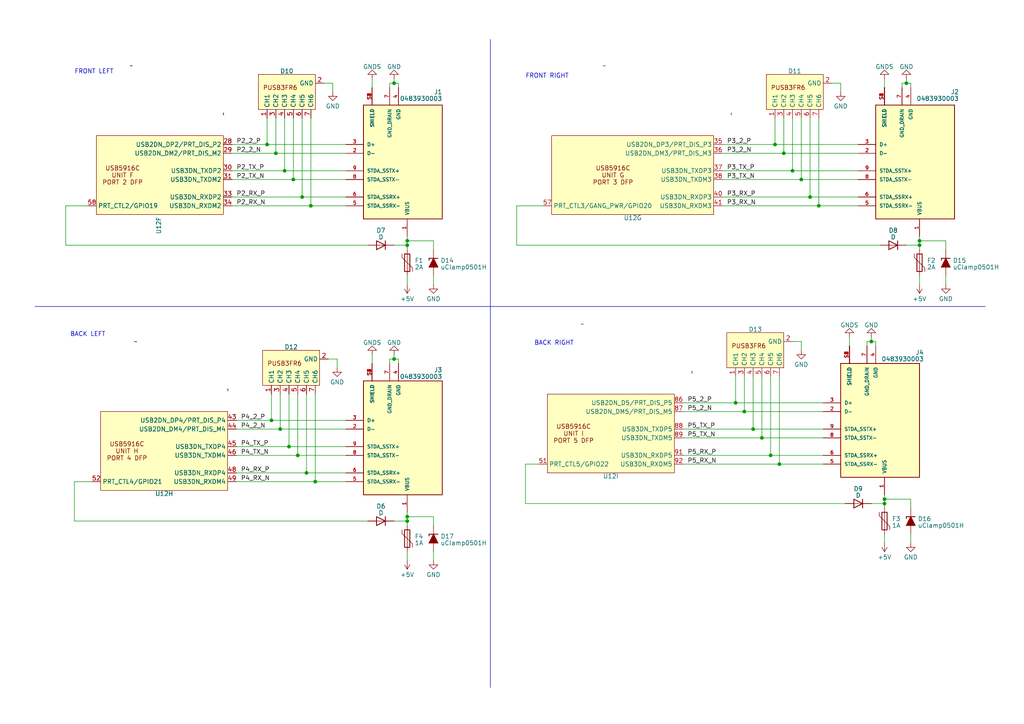
<source format=kicad_sch>
(kicad_sch (version 20230121) (generator eeschema)
  (paper "A4")
  (lib_symbols
    (symbol "CARTHING:0483930003" (pin_names (offset 1.016))
      (property "Reference" "J" (at -12.7 17.78 0))
      (property "Value" "0483930003" (at 1.27 16.51 0))
      (symbol "0483930003_0_0"
        (rectangle (start -12.7 16.51) (end 10.16 -16.51) (stroke (width 0.254)) (fill (type background)))
        (pin power_in line (at 0 21.59 270) (length 5.08) (name "VBUS") (number "1"))
        (pin bidirectional line (at -17.78 -2.54 0) (length 5.08) (name "D-") (number "2"))
        (pin bidirectional line (at -17.78 -5.08 0) (length 5.08) (name "D+") (number "3"))
        (pin power_in line (at -2.54 -21.59 90) (length 5.08) (name "GND") (number "4"))
        (pin bidirectional line (at -17.78 12.7 0) (length 5.08) (name "STDA_SSRX-") (number "5"))
        (pin bidirectional line (at -17.78 10.16 0) (length 5.08) (name "STDA_SSRX+") (number "6"))
        (pin power_in line (at -5.08 -21.59 90) (length 5.08) (name "GND_DRAIN") (number "7"))
        (pin bidirectional line (at -17.78 5.08 0) (length 5.08) (name "STDA_SSTX-") (number "8"))
        (pin bidirectional line (at -17.78 2.54 0) (length 5.08) (name "STDA_SSTX+") (number "9"))
        (pin passive line (at -10.16 -21.59 90) (length 5.08) (name "SHIELD") (number "S1"))
        (pin passive line (at -10.16 -21.59 90) (length 5.08) (name "SHIELD") (number "S2"))
        (pin passive line (at -10.16 -21.59 90) (length 5.08) (name "SHIELD") (number "S3"))
        (pin passive line (at -10.16 -21.59 90) (length 5.08) (name "SHIELD") (number "S4"))
      )
    )
    (symbol "CARTHING:PUSB3FR6"
      (property "Reference" "D" (at -1.27 8.89 0))
      (symbol "PUSB3FR6_1_1"
        (rectangle (start -5.08 7.62) (end 5.08 -8.89) (fill (type background)))
        (text "PUSB3FR6" (at 1.27 1.27 900) (effects (font (size 1.27 1.27))))
        (pin passive line (at -7.62 5.08 0) (length 2.54) (name "CH1") (number "1"))
        (pin power_in line (at 2.54 -11.43 90) (length 2.54) (name "GND") (number "2"))
        (pin passive line (at -7.62 2.54 0) (length 2.54) (name "CH2") (number "3"))
        (pin passive line (at -7.62 0 0) (length 2.54) (name "CH3") (number "4"))
        (pin passive line (at -7.62 -2.54 0) (length 2.54) (name "CH4") (number "5"))
        (pin passive line (at -7.62 -5.08 0) (length 2.54) (name "CH5") (number "6"))
        (pin passive line (at -7.62 -7.62 0) (length 2.54) (name "CH6") (number "7"))
      )
    )
    (symbol "CARTHING:USB5916C"
      (property "Reference" "U" (at -15.24 12.7 0))
      (symbol "USB5916C_1_1"
        (rectangle (start -16.51 11.43) (end 13.97 -20.32) (fill (type background)))
        (text "USB5916C\nUNIT A\nPOWER INPUT\n" (at -1.27 1.27 0) (effects (font (size 1.27 1.27))))
        (pin power_in line (at 16.51 8.89 180) (length 2.54) (name "VDD12") (number "10"))
        (pin power_in line (at 16.51 6.35 180) (length 2.54) (name "VDD12") (number "17"))
        (pin power_in line (at -19.05 8.89 0) (length 2.54) (name "VDD33") (number "2"))
        (pin power_in line (at 16.51 3.81 180) (length 2.54) (name "VDD12") (number "26"))
        (pin power_in line (at -19.05 3.81 0) (length 2.54) (name "VDD33") (number "27"))
        (pin power_in line (at 16.51 1.27 180) (length 2.54) (name "VDD12") (number "32"))
        (pin power_in line (at 16.51 -1.27 180) (length 2.54) (name "VDD12") (number "39"))
        (pin power_in line (at -19.05 1.27 0) (length 2.54) (name "VDD33") (number "42"))
        (pin power_in line (at 16.51 -3.81 180) (length 2.54) (name "VDD12") (number "47"))
        (pin power_in line (at -19.05 6.35 0) (length 2.54) (name "VDD33") (number "5"))
        (pin power_in line (at -19.05 -1.27 0) (length 2.54) (name "VDD33") (number "54"))
        (pin power_in line (at 16.51 -6.35 180) (length 2.54) (name "VDD12") (number "59"))
        (pin power_in line (at -19.05 -3.81 0) (length 2.54) (name "VDD33") (number "64"))
        (pin power_in line (at -19.05 -6.35 0) (length 2.54) (name "VDD33") (number "72"))
        (pin power_in line (at 16.51 -8.89 180) (length 2.54) (name "VDD12") (number "78"))
        (pin power_in line (at 16.51 -11.43 180) (length 2.54) (name "VDD12") (number "83"))
        (pin power_in line (at 16.51 -13.97 180) (length 2.54) (name "VDD12") (number "90"))
        (pin power_in line (at -19.05 -8.89 0) (length 2.54) (name "VDD33") (number "93"))
        (pin power_in line (at 16.51 -16.51 180) (length 2.54) (name "VDD12") (number "98"))
        (pin power_in line (at -1.27 -22.86 90) (length 2.54) (name "VSS/GND") (number "EP"))
      )
      (symbol "USB5916C_2_1"
        (rectangle (start -26.67 11.43) (end 27.94 -13.97) (fill (type background)))
        (text "USB5916C\nUNIT B\nCONFIG & SUPPORT\n" (at -5.08 -1.27 0) (effects (font (size 1.27 1.27))))
        (pin input line (at -29.21 -8.89 0) (length 2.54) (name "RBAIS") (number "1"))
        (pin input line (at 30.48 -11.43 180) (length 2.54) (name "CFG_STRAP/GPIO12") (number "20"))
        (pin input line (at -29.21 -1.27 0) (length 2.54) (name "TESTEN") (number "23"))
        (pin input line (at -29.21 -3.81 0) (length 2.54) (name "RESET_N") (number "25"))
        (pin input line (at -29.21 8.89 0) (length 2.54) (name "XTALI/CLKIN") (number "3"))
        (pin input line (at -29.21 3.81 0) (length 2.54) (name "XTALO") (number "4"))
        (pin input line (at 30.48 8.89 180) (length 2.54) (name "HOST_TYPE0/GPIO23") (number "53"))
        (pin input line (at 30.48 6.35 180) (length 2.54) (name "HOST_TYPE1/GPIO67") (number "55"))
        (pin unspecified line (at 30.48 -1.27 180) (length 2.54) (name "CC_POL/GPIO71") (number "61"))
        (pin input line (at 30.48 1.27 180) (length 2.54) (name "ALT_MUX_EN/GPIO70") (number "63"))
        (pin input line (at 30.48 -6.35 180) (length 2.54) (name "SUSP_IND/GPIO68") (number "77"))
      )
      (symbol "USB5916C_3_1"
        (rectangle (start -34.29 11.43) (end 27.94 -6.35) (fill (type background)))
        (text "USB5916C\nUNIT C\nCOMMS & GPIO\n" (at 0 0 0) (effects (font (size 1.27 1.27))))
        (pin input line (at 30.48 7.62 180) (length 2.54) (name "SMBDATA/GPIO6/SDA") (number "47"))
        (pin input line (at -36.83 0 0) (length 2.54) (name "SPI_CLK/GPIO4") (number "65"))
        (pin input line (at -36.83 2.54 0) (length 2.54) (name "SPI_DO/GPIO5") (number "66"))
        (pin input line (at -36.83 5.08 0) (length 2.54) (name "SPI_DI/GPIO9/CFG_BC_EN") (number "67"))
        (pin input line (at -36.83 7.62 0) (length 2.54) (name "SPI_CE_N/GPIO7/CFG_NON_REM") (number "68"))
        (pin bidirectional line (at 30.48 0 180) (length 2.54) (name "GPIO69") (number "69"))
        (pin bidirectional line (at 30.48 -2.54 180) (length 2.54) (name "GPIO66") (number "71"))
        (pin input line (at 30.48 5.08 180) (length 2.54) (name "SMBCLK/GPIO8/SCL") (number "75"))
      )
      (symbol "USB5916C_4_1"
        (rectangle (start -26.67 11.43) (end 30.48 -26.67) (fill (type background)))
        (text "USB5916C\nUNIT D\nPORT 0/A UFP\n" (at 1.27 -2.54 0) (effects (font (size 1.27 1.27))))
        (pin unspecified line (at 33.02 -24.13 180) (length 2.54) (name "USB3UP_RXDMA") (number "100"))
        (pin input line (at -29.21 -19.05 0) (length 2.54) (name "VBUS_DET") (number "24"))
        (pin unspecified line (at -29.21 -24.13 0) (length 2.54) (name "AB0/ATTCHMUX0B/GPIO3") (number "60"))
        (pin input line (at -29.21 -21.59 0) (length 2.54) (name "C_ATTACH0/ATTACHMUX0A/GPIO64") (number "76"))
        (pin unspecified line (at 33.02 8.89 180) (length 2.54) (name "USB3UP_TXDPB") (number "81"))
        (pin unspecified line (at 33.02 6.35 180) (length 2.54) (name "USB3UP_TXDMB") (number "82"))
        (pin unspecified line (at 33.02 1.27 180) (length 2.54) (name "USB3UP_RXDPB") (number "84"))
        (pin unspecified line (at 33.02 -1.27 180) (length 2.54) (name "USB3UP_RXDMB") (number "85"))
        (pin unspecified line (at 33.02 -6.35 180) (length 2.54) (name "USB2UP_DP") (number "94"))
        (pin unspecified line (at 33.02 -8.89 180) (length 2.54) (name "USB2UP_DM") (number "95"))
        (pin unspecified line (at 33.02 -13.97 180) (length 2.54) (name "USB3UP_TXDPA") (number "96"))
        (pin unspecified line (at 33.02 -16.51 180) (length 2.54) (name "USB3UP_TXDMA") (number "97"))
        (pin unspecified line (at 33.02 -21.59 180) (length 2.54) (name "USB3UP_RXDPA") (number "99"))
      )
      (symbol "USB5916C_5_1"
        (rectangle (start -25.4 11.43) (end 31.75 -26.67) (fill (type background)))
        (text "USB5916C\nUNIT E\nPORT 1 DFP\n" (at 0 0 0) (effects (font (size 1.27 1.27))))
        (pin unspecified line (at 34.29 1.27 180) (length 2.54) (name "USB3DN_RXDP1A") (number "11"))
        (pin unspecified line (at 34.29 -1.27 180) (length 2.54) (name "USB3DN_RXDM1A") (number "12"))
        (pin unspecified line (at 34.29 -13.97 180) (length 2.54) (name "USB3DN_TXDP1B") (number "15"))
        (pin unspecified line (at 34.29 -16.51 180) (length 2.54) (name "USB3DN_TXDM1B") (number "16"))
        (pin unspecified line (at 34.29 -21.59 180) (length 2.54) (name "USB3DN_RXDP1B") (number "18"))
        (pin unspecified line (at 34.29 -24.13 180) (length 2.54) (name "USB3DN_RXDM1B") (number "19"))
        (pin unspecified line (at -27.94 -24.13 0) (length 2.54) (name "AB1/ATTACHMUX1B/GPIO65") (number "50"))
        (pin unspecified line (at 34.29 -6.35 180) (length 2.54) (name "USB2DN_DP1/PRT_DIS_P1") (number "6"))
        (pin unspecified line (at 34.29 -8.89 180) (length 2.54) (name "USB2DN_DM1/PRT_DIS_M1") (number "7"))
        (pin unspecified line (at -27.94 -19.05 0) (length 2.54) (name "PRT_CTL1/GPIO17") (number "70"))
        (pin input line (at -27.94 -21.59 0) (length 2.54) (name "C_ATTACH1/ATTACHMUX1A/GPIO1") (number "76"))
        (pin unspecified line (at 34.29 8.89 180) (length 2.54) (name "USB3DN_TXDP1A") (number "8"))
        (pin unspecified line (at 34.29 6.35 180) (length 2.54) (name "USB3DN_TXDM1A") (number "9"))
      )
      (symbol "USB5916C_6_1"
        (rectangle (start -17.78 11.43) (end 19.05 -11.43) (fill (type background)))
        (text "USB5916C\nUNIT F\nPORT 2 DFP\n" (at -10.16 0 0) (effects (font (size 1.27 1.27))))
        (pin unspecified line (at 21.59 8.89 180) (length 2.54) (name "USB2DN_DP2/PRT_DIS_P2") (number "28"))
        (pin unspecified line (at 21.59 6.35 180) (length 2.54) (name "USB2DN_DM2/PRT_DIS_M2") (number "29"))
        (pin unspecified line (at 21.59 1.27 180) (length 2.54) (name "USB3DN_TXDP2") (number "30"))
        (pin unspecified line (at 21.59 -1.27 180) (length 2.54) (name "USB3DN_TXDM2") (number "31"))
        (pin unspecified line (at 21.59 -6.35 180) (length 2.54) (name "USB3DN_RXDP2") (number "33"))
        (pin unspecified line (at 21.59 -8.89 180) (length 2.54) (name "USB3DN_RXDM2") (number "34"))
        (pin unspecified line (at -20.32 -8.89 0) (length 2.54) (name "PRT_CTL2/GPIO19") (number "58"))
      )
      (symbol "USB5916C_7_1"
        (rectangle (start -22.86 11.43) (end 24.13 -11.43) (fill (type background)))
        (text "USB5916C\nUNIT G\nPORT 3 DFP\n" (at -5.08 0 0) (effects (font (size 1.27 1.27))))
        (pin unspecified line (at 26.67 8.89 180) (length 2.54) (name "USB2DN_DP3/PRT_DIS_P3") (number "35"))
        (pin unspecified line (at 26.67 6.35 180) (length 2.54) (name "USB2DN_DM3/PRT_DIS_M3") (number "36"))
        (pin unspecified line (at 26.67 1.27 180) (length 2.54) (name "USB3DN_TXDP3") (number "37"))
        (pin unspecified line (at 26.67 -1.27 180) (length 2.54) (name "USB3DN_TXDM3") (number "38"))
        (pin unspecified line (at 26.67 -6.35 180) (length 2.54) (name "USB3DN_RXDP3") (number "40"))
        (pin unspecified line (at 26.67 -8.89 180) (length 2.54) (name "USB3DN_RXDM3") (number "41"))
        (pin unspecified line (at -25.4 -8.89 0) (length 2.54) (name "PRT_CTL3/GANG_PWR/GPIO20") (number "57"))
      )
      (symbol "USB5916C_8_1"
        (rectangle (start -17.78 11.43) (end 19.05 -11.43) (fill (type background)))
        (text "USB5916C\nUNIT H\nPORT 4 DFP\n" (at -10.16 0 0) (effects (font (size 1.27 1.27))))
        (pin unspecified line (at 21.59 8.89 180) (length 2.54) (name "USB2DN_DP4/PRT_DIS_P4") (number "43"))
        (pin unspecified line (at 21.59 6.35 180) (length 2.54) (name "USB2DN_DM4/PRT_DIS_M4") (number "44"))
        (pin unspecified line (at 21.59 1.27 180) (length 2.54) (name "USB3DN_TXDP4") (number "45"))
        (pin unspecified line (at 21.59 -1.27 180) (length 2.54) (name "USB3DN_TXDM4") (number "46"))
        (pin unspecified line (at 21.59 -6.35 180) (length 2.54) (name "USB3DN_RXDP4") (number "48"))
        (pin unspecified line (at 21.59 -8.89 180) (length 2.54) (name "USB3DN_RXDM4") (number "49"))
        (pin unspecified line (at -20.32 -8.89 0) (length 2.54) (name "PRT_CTL4/GPIO21") (number "52"))
      )
      (symbol "USB5916C_9_1"
        (rectangle (start -17.78 11.43) (end 19.05 -11.43) (fill (type background)))
        (text "USB5916C\nUNIT I\nPORT 5 DFP\n" (at -10.16 0 0) (effects (font (size 1.27 1.27))))
        (pin unspecified line (at -20.32 -8.89 0) (length 2.54) (name "PRT_CTL5/GPIO22") (number "51"))
        (pin unspecified line (at 21.59 8.89 180) (length 2.54) (name "USB2DN_D5/PRT_DIS_P5") (number "86"))
        (pin unspecified line (at 21.59 6.35 180) (length 2.54) (name "USB2DN_DM5/PRT_DIS_M5") (number "87"))
        (pin unspecified line (at 21.59 1.27 180) (length 2.54) (name "USB3DN_TXDP5") (number "88"))
        (pin unspecified line (at 21.59 -1.27 180) (length 2.54) (name "USB3DN_TXDM5") (number "89"))
        (pin unspecified line (at 21.59 -6.35 180) (length 2.54) (name "USB3DN_RXDP5") (number "91"))
        (pin unspecified line (at 21.59 -8.89 180) (length 2.54) (name "USB3DN_RXDM5") (number "92"))
      )
      (symbol "USB5916C_10_1"
        (rectangle (start -20.32 11.43) (end 21.59 -1.27) (fill (type background)))
        (text "USB5916C\nUNIT J\nPORT 6 DFP\nUSB2 ONLY\n" (at -12.7 6.35 0) (effects (font (size 1.27 1.27))))
        (pin unspecified line (at 24.13 6.35 180) (length 2.54) (name "USB2DN_DP6/PRT_DIS_P6") (number "13"))
        (pin unspecified line (at 24.13 8.89 180) (length 2.54) (name "USB2DN_DM6/PRT_DIS_M6") (number "14"))
        (pin unspecified line (at 24.13 1.27 180) (length 2.54) (name "PRT_CTL6/GPIO18") (number "62"))
      )
    )
    (symbol "Device:D" (pin_numbers hide) (pin_names (offset 1.016) hide)
      (property "Reference" "D" (at 0 2.54 0))
      (property "Value" "D" (at 0 -2.54 0))
      (symbol "D_0_1"
        (polyline (pts (xy -1.27 1.27) (xy -1.27 -1.27)) (stroke (width 0.254)))
        (polyline (pts (xy 1.27 0) (xy -1.27 0)))
        (polyline (pts (xy 1.27 1.27) (xy 1.27 -1.27) (xy -1.27 0) (xy 1.27 1.27)) (stroke (width 0.254)))
      )
      (symbol "D_1_1"
        (pin passive line (at -3.81 0 0) (length 2.54) (name "K") (number "1"))
        (pin passive line (at 3.81 0 180) (length 2.54) (name "A") (number "2"))
      )
    )
    (symbol "Device:Polyfuse" (pin_numbers hide) (pin_names (offset 0))
      (property "Reference" "F" (at -2.54 0 90))
      (property "Value" "Polyfuse" (at 2.54 0 90))
      (symbol "Polyfuse_0_1"
        (rectangle (start -0.762 2.54) (end 0.762 -2.54) (stroke (width 0.254)))
        (polyline (pts (xy 0 2.54) (xy 0 -2.54)))
        (polyline (pts (xy -1.524 2.54) (xy -1.524 1.524) (xy 1.524 -1.524) (xy 1.524 -2.54)))
      )
      (symbol "Polyfuse_1_1"
        (pin passive line (at 0 3.81 270) (length 1.27) (name "~") (number "1"))
        (pin passive line (at 0 -3.81 90) (length 1.27) (name "~") (number "2"))
      )
    )
    (symbol "PCM_Diode_TVS_AKL:uClamp0501H" (pin_numbers hide) (pin_names (offset 1.016) hide)
      (property "Reference" "D" (at 0 5.08 0))
      (property "Value" "uClamp0501H" (at 0 2.54 0))
      (symbol "uClamp0501H_0_1"
        (polyline (pts (xy -1.27 0) (xy 1.27 0)))
        (polyline (pts (xy 1.27 -1.27) (xy 1.27 1.27)) (stroke (width 0.254)))
        (polyline (pts (xy 1.27 1.27) (xy 0.762 1.27)) (stroke (width 0.254)))
        (polyline (pts (xy -1.27 1.27) (xy -1.27 -1.27) (xy 1.27 0) (xy -1.27 1.27)) (stroke (width 0.254)) (fill (type outline)))
      )
      (symbol "uClamp0501H_1_1"
        (pin passive line (at 3.81 0 180) (length 2.54) (name "K") (number "1"))
        (pin passive line (at -3.81 0 0) (length 2.54) (name "A") (number "2"))
      )
    )
    (symbol "power:+5V" (power) (pin_names (offset 0))
      (property "Value" "+5V" (at 0 3.556 0))
      (symbol "+5V_0_1"
        (polyline (pts (xy -0.762 1.27) (xy 0 2.54)))
        (polyline (pts (xy 0 0) (xy 0 2.54)))
        (polyline (pts (xy 0 2.54) (xy 0.762 1.27)))
      )
      (symbol "+5V_1_1"
        (pin power_in line (at 0 0 90) (length 0) hide (name "+5V") (number "1"))
      )
    )
    (symbol "power:GND" (power) (pin_names (offset 0))
      (property "Value" "GND" (at 0 -3.81 0))
      (symbol "GND_0_1"
        (polyline (pts (xy 0 0) (xy 0 -1.27) (xy 1.27 -1.27) (xy 0 -2.54) (xy -1.27 -1.27) (xy 0 -1.27)))
      )
      (symbol "GND_1_1"
        (pin power_in line (at 0 0 270) (length 0) hide (name "GND") (number "1"))
      )
    )
    (symbol "power:GNDS" (power) (pin_names (offset 0))
      (property "Value" "GNDS" (at 0 -3.81 0))
      (symbol "GNDS_0_1"
        (polyline (pts (xy 0 0) (xy 0 -1.27) (xy 1.27 -1.27) (xy 0 -2.54) (xy -1.27 -1.27) (xy 0 -1.27)))
      )
      (symbol "GNDS_1_1"
        (pin power_in line (at 0 0 270) (length 0) hide (name "GNDS") (number "1"))
      )
    )
  )
  (junction (at 213.36 116.84))
  (junction (at 266.7 69.85))
  (junction (at 229.87 49.53))
  (junction (at 118.11 149.86))
  (junction (at 234.95 57.15))
  (junction (at 232.41 52.07))
  (junction (at 91.44 139.7))
  (junction (at 85.09 52.07))
  (junction (at 237.49 59.69))
  (junction (at 252.73 99.06))
  (junction (at 90.17 59.69))
  (junction (at 81.28 124.46))
  (junction (at 262.89 24.13))
  (junction (at 118.11 69.85))
  (junction (at 87.63 57.15))
  (junction (at 266.7 71.12))
  (junction (at 227.33 44.45))
  (junction (at 83.82 129.54))
  (junction (at 88.9 137.16))
  (junction (at 220.98 127))
  (junction (at 82.55 49.53))
  (junction (at 215.9 119.38))
  (junction (at 118.11 151.13))
  (junction (at 223.52 132.08))
  (junction (at 224.79 41.91))
  (junction (at 256.54 146.05))
  (junction (at 86.36 132.08))
  (junction (at 226.06 134.62))
  (junction (at 118.11 71.12))
  (junction (at 218.44 124.46))
  (junction (at 256.54 144.78))
  (junction (at 78.74 121.92))
  (junction (at 114.3 24.13))
  (junction (at 80.01 44.45))
  (junction (at 77.47 41.91))
  (junction (at 114.3 104.14))
  (wire (pts (xy 152.4 134.62) (xy 156.21 134.62)))
  (wire (pts (xy 254 99.06) (xy 254 100.33)))
  (wire (pts (xy 223.52 132.08) (xy 238.76 132.08)))
  (wire (pts (xy 91.44 139.7) (xy 100.33 139.7)))
  (wire (pts (xy 213.36 116.84) (xy 238.76 116.84)))
  (wire (pts (xy 125.73 80.01) (xy 125.73 82.55)))
  (wire (pts (xy 125.73 152.4) (xy 125.73 149.86)))
  (wire (pts (xy 68.58 139.7) (xy 91.44 139.7)))
  (wire (pts (xy 87.63 57.15) (xy 100.33 57.15)))
  (wire (pts (xy 209.55 52.07) (xy 232.41 52.07)))
  (wire (pts (xy 266.7 80.01) (xy 266.7 82.55)))
  (wire (pts (xy 86.36 132.08) (xy 100.33 132.08)))
  (wire (pts (xy 125.73 69.85) (xy 118.11 69.85)))
  (wire (pts (xy 237.49 59.69) (xy 248.92 59.69)))
  (wire (pts (xy 264.16 144.78) (xy 256.54 144.78)))
  (wire (pts (xy 224.79 34.29) (xy 224.79 41.91)))
  (wire (pts (xy 67.31 52.07) (xy 85.09 52.07)))
  (wire (pts (xy 118.11 69.85) (xy 118.11 68.58)))
  (wire (pts (xy 198.12 132.08) (xy 223.52 132.08)))
  (wire (pts (xy 19.05 71.12) (xy 106.68 71.12)))
  (wire (pts (xy 256.54 144.78) (xy 256.54 146.05)))
  (wire (pts (xy 19.05 71.12) (xy 19.05 59.69)))
  (wire (pts (xy 97.79 104.14) (xy 97.79 106.68)))
  (wire (pts (xy 114.3 24.13) (xy 115.57 24.13)))
  (wire (pts (xy 78.74 121.92) (xy 100.33 121.92)))
  (wire (pts (xy 209.55 41.91) (xy 224.79 41.91)))
  (wire (pts (xy 114.3 22.86) (xy 114.3 24.13)))
  (wire (pts (xy 77.47 34.29) (xy 77.47 41.91)))
  (wire (pts (xy 218.44 124.46) (xy 238.76 124.46)))
  (wire (pts (xy 83.82 114.3) (xy 83.82 129.54)))
  (wire (pts (xy 209.55 57.15) (xy 234.95 57.15)))
  (wire (pts (xy 234.95 57.15) (xy 248.92 57.15)))
  (wire (pts (xy 226.06 109.22) (xy 226.06 134.62)))
  (wire (pts (xy 229.87 34.29) (xy 229.87 49.53)))
  (wire (pts (xy 198.12 127) (xy 220.98 127)))
  (wire (pts (xy 209.55 44.45) (xy 227.33 44.45)))
  (wire (pts (xy 91.44 114.3) (xy 91.44 139.7)))
  (wire (pts (xy 113.03 104.14) (xy 114.3 104.14)))
  (wire (pts (xy 232.41 34.29) (xy 232.41 52.07)))
  (wire (pts (xy 243.84 24.13) (xy 243.84 26.67)))
  (wire (pts (xy 232.41 99.06) (xy 232.41 101.6)))
  (wire (pts (xy 198.12 134.62) (xy 226.06 134.62)))
  (wire (pts (xy 234.95 34.29) (xy 234.95 57.15)))
  (wire (pts (xy 80.01 34.29) (xy 80.01 44.45)))
  (wire (pts (xy 198.12 116.84) (xy 213.36 116.84)))
  (wire (pts (xy 85.09 52.07) (xy 100.33 52.07)))
  (wire (pts (xy 274.32 69.85) (xy 266.7 69.85)))
  (wire (pts (xy 266.7 68.58) (xy 266.7 69.85)))
  (wire (pts (xy 19.05 59.69) (xy 25.4 59.69)))
  (wire (pts (xy 68.58 129.54) (xy 83.82 129.54)))
  (wire (pts (xy 274.32 80.01) (xy 274.32 82.55)))
  (wire (pts (xy 82.55 49.53) (xy 100.33 49.53)))
  (wire (pts (xy 115.57 104.14) (xy 115.57 105.41)))
  (wire (pts (xy 262.89 71.12) (xy 266.7 71.12)))
  (wire (pts (xy 152.4 146.05) (xy 245.11 146.05)))
  (wire (pts (xy 113.03 24.13) (xy 114.3 24.13)))
  (wire (pts (xy 118.11 160.02) (xy 118.11 162.56)))
  (wire (pts (xy 118.11 71.12) (xy 118.11 72.39)))
  (wire (pts (xy 88.9 114.3) (xy 88.9 137.16)))
  (wire (pts (xy 67.31 57.15) (xy 87.63 57.15)))
  (wire (pts (xy 83.82 129.54) (xy 100.33 129.54)))
  (wire (pts (xy 68.58 137.16) (xy 88.9 137.16)))
  (wire (pts (xy 223.52 109.22) (xy 223.52 132.08)))
  (wire (pts (xy 67.31 49.53) (xy 82.55 49.53)))
  (wire (pts (xy 264.16 147.32) (xy 264.16 144.78)))
  (wire (pts (xy 95.25 104.14) (xy 97.79 104.14)))
  (wire (pts (xy 113.03 25.4) (xy 113.03 24.13)))
  (wire (pts (xy 218.44 109.22) (xy 218.44 124.46)))
  (wire (pts (xy 215.9 109.22) (xy 215.9 119.38)))
  (wire (pts (xy 113.03 105.41) (xy 113.03 104.14)))
  (wire (pts (xy 93.98 24.13) (xy 96.52 24.13)))
  (wire (pts (xy 68.58 132.08) (xy 86.36 132.08)))
  (wire (pts (xy 149.86 59.69) (xy 157.48 59.69)))
  (wire (pts (xy 68.58 124.46) (xy 81.28 124.46)))
  (wire (pts (xy 118.11 149.86) (xy 118.11 151.13)))
  (wire (pts (xy 149.86 71.12) (xy 149.86 59.69)))
  (polyline (pts (xy 142.24 11.43) (xy 142.24 199.39)))
  (wire (pts (xy 256.54 22.86) (xy 256.54 25.4)))
  (wire (pts (xy 256.54 146.05) (xy 256.54 147.32)))
  (wire (pts (xy 264.16 154.94) (xy 264.16 157.48)))
  (wire (pts (xy 262.89 22.86) (xy 262.89 24.13)))
  (wire (pts (xy 251.46 99.06) (xy 252.73 99.06)))
  (wire (pts (xy 80.01 44.45) (xy 100.33 44.45)))
  (wire (pts (xy 85.09 34.29) (xy 85.09 52.07)))
  (wire (pts (xy 198.12 119.38) (xy 215.9 119.38)))
  (wire (pts (xy 115.57 24.13) (xy 115.57 25.4)))
  (wire (pts (xy 232.41 52.07) (xy 248.92 52.07)))
  (wire (pts (xy 118.11 148.59) (xy 118.11 149.86)))
  (wire (pts (xy 107.95 102.87) (xy 107.95 105.41)))
  (wire (pts (xy 252.73 97.79) (xy 252.73 99.06)))
  (wire (pts (xy 227.33 44.45) (xy 248.92 44.45)))
  (wire (pts (xy 88.9 137.16) (xy 100.33 137.16)))
  (wire (pts (xy 67.31 59.69) (xy 90.17 59.69)))
  (wire (pts (xy 81.28 114.3) (xy 81.28 124.46)))
  (wire (pts (xy 67.31 41.91) (xy 77.47 41.91)))
  (wire (pts (xy 125.73 160.02) (xy 125.73 162.56)))
  (wire (pts (xy 213.36 109.22) (xy 213.36 116.84)))
  (wire (pts (xy 21.59 151.13) (xy 21.59 139.7)))
  (wire (pts (xy 86.36 114.3) (xy 86.36 132.08)))
  (wire (pts (xy 227.33 34.29) (xy 227.33 44.45)))
  (wire (pts (xy 21.59 151.13) (xy 106.68 151.13)))
  (wire (pts (xy 264.16 24.13) (xy 264.16 25.4)))
  (wire (pts (xy 266.7 69.85) (xy 266.7 71.12)))
  (wire (pts (xy 274.32 72.39) (xy 274.32 69.85)))
  (wire (pts (xy 266.7 71.12) (xy 266.7 72.39)))
  (wire (pts (xy 229.87 99.06) (xy 232.41 99.06)))
  (wire (pts (xy 251.46 100.33) (xy 251.46 99.06)))
  (wire (pts (xy 90.17 34.29) (xy 90.17 59.69)))
  (wire (pts (xy 118.11 151.13) (xy 118.11 152.4)))
  (wire (pts (xy 21.59 139.7) (xy 26.67 139.7)))
  (wire (pts (xy 78.74 114.3) (xy 78.74 121.92)))
  (wire (pts (xy 209.55 49.53) (xy 229.87 49.53)))
  (wire (pts (xy 149.86 71.12) (xy 255.27 71.12)))
  (wire (pts (xy 68.58 121.92) (xy 78.74 121.92)))
  (wire (pts (xy 152.4 146.05) (xy 152.4 134.62)))
  (wire (pts (xy 125.73 149.86) (xy 118.11 149.86)))
  (wire (pts (xy 209.55 59.69) (xy 237.49 59.69)))
  (wire (pts (xy 229.87 49.53) (xy 248.92 49.53)))
  (wire (pts (xy 114.3 102.87) (xy 114.3 104.14)))
  (wire (pts (xy 114.3 104.14) (xy 115.57 104.14)))
  (wire (pts (xy 118.11 71.12) (xy 118.11 69.85)))
  (wire (pts (xy 114.3 71.12) (xy 118.11 71.12)))
  (wire (pts (xy 90.17 59.69) (xy 100.33 59.69)))
  (wire (pts (xy 67.31 44.45) (xy 80.01 44.45)))
  (wire (pts (xy 224.79 41.91) (xy 248.92 41.91)))
  (wire (pts (xy 256.54 143.51) (xy 256.54 144.78)))
  (wire (pts (xy 220.98 109.22) (xy 220.98 127)))
  (wire (pts (xy 262.89 24.13) (xy 264.16 24.13)))
  (wire (pts (xy 125.73 72.39) (xy 125.73 69.85)))
  (wire (pts (xy 252.73 99.06) (xy 254 99.06)))
  (wire (pts (xy 226.06 134.62) (xy 238.76 134.62)))
  (wire (pts (xy 237.49 34.29) (xy 237.49 59.69)))
  (wire (pts (xy 82.55 34.29) (xy 82.55 49.53)))
  (wire (pts (xy 81.28 124.46) (xy 100.33 124.46)))
  (wire (pts (xy 261.62 25.4) (xy 261.62 24.13)))
  (wire (pts (xy 220.98 127) (xy 238.76 127)))
  (wire (pts (xy 87.63 34.29) (xy 87.63 57.15)))
  (wire (pts (xy 246.38 97.79) (xy 246.38 100.33)))
  (wire (pts (xy 77.47 41.91) (xy 100.33 41.91)))
  (wire (pts (xy 118.11 80.01) (xy 118.11 82.55)))
  (wire (pts (xy 252.73 146.05) (xy 256.54 146.05)))
  (wire (pts (xy 198.12 124.46) (xy 218.44 124.46)))
  (wire (pts (xy 96.52 24.13) (xy 96.52 26.67)))
  (wire (pts (xy 261.62 24.13) (xy 262.89 24.13)))
  (wire (pts (xy 107.95 22.86) (xy 107.95 25.4)))
  (wire (pts (xy 114.3 151.13) (xy 118.11 151.13)))
  (wire (pts (xy 215.9 119.38) (xy 238.76 119.38)))
  (wire (pts (xy 241.3 24.13) (xy 243.84 24.13)))
  (polyline (pts (xy 10.16 88.9) (xy 285.75 88.9)))
  (wire (pts (xy 256.54 154.94) (xy 256.54 157.48)))
  (text "BACK LEFT" (at 20.32 97.79 0) (effects (font (size 1.27 1.27)) (justify left bottom)))
  (text "FRONT LEFT\n" (at 21.59 21.59 0) (effects (font (size 1.27 1.27)) (justify left bottom)))
  (text "BACK RIGHT" (at 154.94 100.33 0) (effects (font (size 1.27 1.27)) (justify left bottom)))
  (text "FRONT RIGHT" (at 152.4 22.86 0) (effects (font (size 1.27 1.27)) (justify left bottom)))
  (label "P4_RX_N" (at 69.85 139.7 0))
  (label "P4_RX_P" (at 69.85 137.16 0))
  (label "P2_TX_N" (at 68.58 52.07 0))
  (label "P5_TX_P" (at 199.39 124.46 0))
  (label "P4_TX_N" (at 69.85 132.08 0))
  (label "P2_2_P" (at 68.58 41.91 0))
  (label "P3_2_P" (at 210.82 41.91 0))
  (label "P3_TX_P" (at 210.82 49.53 0))
  (label "P5_2_P" (at 199.39 116.84 0))
  (label "P3_RX_N" (at 210.82 59.69 0))
  (label "P4_TX_P" (at 69.85 129.54 0))
  (label "P5_RX_N" (at 199.39 134.62 0))
  (label "P2_2_N" (at 68.58 44.45 0))
  (label "P3_TX_N" (at 210.82 52.07 0))
  (label "P5_2_N" (at 199.39 119.38 0))
  (label "P5_TX_N" (at 199.39 127 0))
  (label "P3_2_N" (at 210.82 44.45 0))
  (label "P4_2_N" (at 69.85 124.46 0))
  (label "P2_RX_P" (at 68.58 57.15 0))
  (label "P4_2_P" (at 69.85 121.92 0))
  (label "P3_RX_P" (at 210.82 57.15 0))
  (label "P2_RX_N" (at 68.58 59.69 0))
  (label "P5_RX_P" (at 199.39 132.08 0))
  (label "P2_TX_P" (at 68.58 49.53 0))
  (symbol (lib_id "power:GND") (at 262.89 22.86 180) (unit 1)
    (property "Reference" "#PWR085" (effects hide))
    (property "Value" "GND" (at 262.89 19.3581 0))
  )
  (symbol (lib_id "CARTHING:PUSB3FR6") (at 218.44 101.6 90) (unit 1)
    (property "Reference" "D13" (at 219.075 95.5581 90))
    (property "Value" "~" (at 200.66 107.95 0))
  )
  (symbol (lib_id "Device:Polyfuse") (at 118.11 156.21 0) (unit 1)
    (property "Reference" "F4" (at 120.269 155.5663 0) (effects (justify left)))
    (property "Value" "1A" (at 120.269 157.4873 0) (effects (justify left)))
  )
  (symbol (lib_id "power:GND") (at 252.73 97.79 180) (unit 1)
    (property "Reference" "#PWR086" (effects hide))
    (property "Value" "GND" (at 252.73 94.2881 0))
  )
  (symbol (lib_id "power:+5V") (at 118.11 162.56 180) (unit 1)
    (property "Reference" "#PWR088" (effects hide))
    (property "Value" "+5V" (at 118.11 166.6955 0))
  )
  (symbol (lib_id "CARTHING:USB5916C") (at 182.88 50.8 0) (unit 7)
    (property "Reference" "U12" (at 183.515 63.1919 0))
    (property "Value" "~" (at 175.26 19.05 0))
  )
  (symbol (lib_id "CARTHING:USB5916C") (at 45.72 50.8 0) (unit 6)
    (property "Reference" "U12" (at 46.0382 62.865 90) (effects (justify right)))
    (property "Value" "~" (at 38.1 19.05 0))
  )
  (symbol (lib_id "power:GND") (at 125.73 162.56 0) (unit 1)
    (property "Reference" "#PWR096" (effects hide))
    (property "Value" "GND" (at 125.73 166.6955 0))
  )
  (symbol (lib_id "CARTHING:0483930003") (at 256.54 121.92 0) (mirror x) (unit 1)
    (property "Reference" "J4" (at 267.97 102.219 0) (effects (justify right)))
    (property "Value" "0483930003" (at 267.97 104.14 0) (effects (justify right)))
    (property "Footprint" "0483930003:MOLEX_0483930003" (effects hide))
    (property "DigiKey_Part_Number" "WM10413TR-ND" (effects hide))
    (property "MF" "Molex" (effects hide))
    (property "Purchase-URL" "https://www.snapeda.com/api/url_track_click_mouser/?unipart_id=556617&manufacturer=Molex&part_name=0483930003&search_term=None" (effects hide))
    (property "Package" "None" (effects hide))
    (property "STANDARD" "Manufacturer Recommendations" (effects hide))
    (property "PARTREV" "A USB 3.0" (effects hide))
    (property "SnapEDA_Link" "https://www.snapeda.com/parts/0483930003/Molex/view-part/?ref=snap" (effects hide))
    (property "MP" "0483930003" (effects hide))
    (property "Description" "\nUSB-A (USB TYPE-A) USB 3.2 Gen 1 (USB 3.1 Gen 1, Superspeed (USB 3.0)) Receptacle Connector 9 Position Through Hole, Right Angle\n" (effects hide))
    (property "Check_prices" "https://www.snapeda.com/parts/0483930003/Molex/view-part/?ref=eda" (effects hide))
  )
  (symbol (lib_id "CARTHING:PUSB3FR6") (at 82.55 26.67 90) (unit 1)
    (property "Reference" "D10" (at 83.185 20.6281 90))
    (property "Value" "~" (at 64.77 33.02 0))
  )
  (symbol (lib_id "power:GND") (at 114.3 102.87 180) (unit 1)
    (property "Reference" "#PWR087" (effects hide))
    (property "Value" "GND" (at 114.3 99.3681 0))
  )
  (symbol (lib_id "CARTHING:0483930003") (at 118.11 46.99 0) (mirror x) (unit 1)
    (property "Reference" "J1" (at 128.27 26.67 0) (effects (justify right)))
    (property "Value" "0483930003" (at 128.27 28.591 0) (effects (justify right)))
    (property "Footprint" "0483930003:MOLEX_0483930003" (effects hide))
    (property "DigiKey_Part_Number" "WM10413TR-ND" (effects hide))
    (property "MF" "Molex" (effects hide))
    (property "Purchase-URL" "https://www.snapeda.com/api/url_track_click_mouser/?unipart_id=556617&manufacturer=Molex&part_name=0483930003&search_term=None" (effects hide))
    (property "Package" "None" (effects hide))
    (property "STANDARD" "Manufacturer Recommendations" (effects hide))
    (property "PARTREV" "A USB 3.0" (effects hide))
    (property "SnapEDA_Link" "https://www.snapeda.com/parts/0483930003/Molex/view-part/?ref=snap" (effects hide))
    (property "MP" "0483930003" (effects hide))
    (property "Description" "\nUSB-A (USB TYPE-A) USB 3.2 Gen 1 (USB 3.1 Gen 1, Superspeed (USB 3.0)) Receptacle Connector 9 Position Through Hole, Right Angle\n" (effects hide))
    (property "Check_prices" "https://www.snapeda.com/parts/0483930003/Molex/view-part/?ref=eda" (effects hide))
  )
  (symbol (lib_id "Device:D") (at 248.92 146.05 180) (unit 1)
    (property "Reference" "D9" (at 248.92 141.7701 0))
    (property "Value" "D" (at 248.92 143.6911 0))
    (property "Sim.Device" "D" (effects hide))
    (property "Sim.Pins" "1=K 2=A" (effects hide))
  )
  (symbol (lib_id "CARTHING:0483930003") (at 118.11 127 0) (mirror x) (unit 1)
    (property "Reference" "J3" (at 128.27 107.299 0) (effects (justify right)))
    (property "Value" "0483930003" (at 128.27 109.22 0) (effects (justify right)))
    (property "Footprint" "0483930003:MOLEX_0483930003" (effects hide))
    (property "DigiKey_Part_Number" "WM10413TR-ND" (effects hide))
    (property "MF" "Molex" (effects hide))
    (property "Purchase-URL" "https://www.snapeda.com/api/url_track_click_mouser/?unipart_id=556617&manufacturer=Molex&part_name=0483930003&search_term=None" (effects hide))
    (property "Package" "None" (effects hide))
    (property "STANDARD" "Manufacturer Recommendations" (effects hide))
    (property "PARTREV" "A USB 3.0" (effects hide))
    (property "SnapEDA_Link" "https://www.snapeda.com/parts/0483930003/Molex/view-part/?ref=snap" (effects hide))
    (property "MP" "0483930003" (effects hide))
    (property "Description" "\nUSB-A (USB TYPE-A) USB 3.2 Gen 1 (USB 3.1 Gen 1, Superspeed (USB 3.0)) Receptacle Connector 9 Position Through Hole, Right Angle\n" (effects hide))
    (property "Check_prices" "https://www.snapeda.com/parts/0483930003/Molex/view-part/?ref=eda" (effects hide))
  )
  (symbol (lib_id "power:GND") (at 232.41 101.6 0) (unit 1)
    (property "Reference" "#PWR095" (effects hide))
    (property "Value" "GND" (at 232.41 105.7355 0))
  )
  (symbol (lib_id "Device:D") (at 110.49 71.12 180) (unit 1)
    (property "Reference" "D7" (at 110.49 66.8401 0))
    (property "Value" "D" (at 110.49 68.7611 0))
    (property "Sim.Device" "D" (effects hide))
    (property "Sim.Pins" "1=K 2=A" (effects hide))
  )
  (symbol (lib_id "power:GND") (at 243.84 26.67 0) (unit 1)
    (property "Reference" "#PWR093" (effects hide))
    (property "Value" "GND" (at 243.84 30.8055 0))
  )
  (symbol (lib_id "CARTHING:PUSB3FR6") (at 83.82 106.68 90) (unit 1)
    (property "Reference" "D12" (at 84.455 100.6381 90))
    (property "Value" "~" (at 66.04 113.03 0))
  )
  (symbol (lib_id "power:GNDS") (at 107.95 102.87 180) (unit 1)
    (property "Reference" "#PWR080" (effects hide))
    (property "Value" "GNDS" (at 107.95 99.3681 0))
  )
  (symbol (lib_id "Device:Polyfuse") (at 118.11 76.2 0) (unit 1)
    (property "Reference" "F1" (at 120.269 75.5563 0) (effects (justify left)))
    (property "Value" "2A" (at 120.269 77.4773 0) (effects (justify left)))
  )
  (symbol (lib_id "power:GNDS") (at 246.38 97.79 180) (unit 1)
    (property "Reference" "#PWR083" (effects hide))
    (property "Value" "GNDS" (at 246.38 94.2881 0))
  )
  (symbol (lib_id "power:GND") (at 274.32 82.55 0) (unit 1)
    (property "Reference" "#PWR098" (effects hide))
    (property "Value" "GND" (at 274.32 86.6855 0))
  )
  (symbol (lib_id "Device:D") (at 110.49 151.13 180) (unit 1)
    (property "Reference" "D6" (at 110.49 146.8501 0))
    (property "Value" "D" (at 110.49 148.7711 0))
    (property "Sim.Device" "D" (effects hide))
    (property "Sim.Pins" "1=K 2=A" (effects hide))
  )
  (symbol (lib_id "Device:D") (at 259.08 71.12 180) (unit 1)
    (property "Reference" "D8" (at 259.08 66.8401 0))
    (property "Value" "D" (at 259.08 68.7611 0))
    (property "Sim.Device" "D" (effects hide))
    (property "Sim.Pins" "1=K 2=A" (effects hide))
  )
  (symbol (lib_id "PCM_Diode_TVS_AKL:uClamp0501H") (at 264.16 151.13 90) (unit 1)
    (property "Reference" "D16" (at 266.192 150.4863 90) (effects (justify right)))
    (property "Value" "uClamp0501H" (at 266.192 152.4073 90) (effects (justify right)))
    (property "Footprint" "Diode_SMD_AKL:D_SOD-523" (effects hide))
    (property "Datasheet" "https://www.tme.eu/Document/c222ecc5bb53f0c6776065ca36cb316d/uclamp0501h.pdf" (effects hide))
  )
  (symbol (lib_id "CARTHING:USB5916C") (at 176.53 125.73 0) (unit 9)
    (property "Reference" "U12" (at 177.165 138.1219 0))
    (property "Value" "~" (at 168.91 93.98 0))
  )
  (symbol (lib_id "power:GNDS") (at 107.95 22.86 180) (unit 1)
    (property "Reference" "#PWR081" (effects hide))
    (property "Value" "GNDS" (at 107.95 19.3581 0))
  )
  (symbol (lib_id "power:GND") (at 114.3 22.86 180) (unit 1)
    (property "Reference" "#PWR084" (effects hide))
    (property "Value" "GND" (at 114.3 19.3581 0))
  )
  (symbol (lib_id "power:GND") (at 125.73 82.55 0) (unit 1)
    (property "Reference" "#PWR099" (effects hide))
    (property "Value" "GND" (at 125.73 86.6855 0))
  )
  (symbol (lib_id "CARTHING:USB5916C") (at 46.99 130.81 0) (unit 8)
    (property "Reference" "U12" (at 47.625 143.2019 0))
    (property "Value" "~" (at 39.37 99.06 0))
  )
  (symbol (lib_id "PCM_Diode_TVS_AKL:uClamp0501H") (at 125.73 76.2 90) (unit 1)
    (property "Reference" "D14" (at 127.762 75.5563 90) (effects (justify right)))
    (property "Value" "uClamp0501H" (at 127.762 77.4773 90) (effects (justify right)))
    (property "Footprint" "Diode_SMD_AKL:D_SOD-523" (effects hide))
    (property "Datasheet" "https://www.tme.eu/Document/c222ecc5bb53f0c6776065ca36cb316d/uclamp0501h.pdf" (effects hide))
  )
  (symbol (lib_id "power:+5V") (at 266.7 82.55 180) (unit 1)
    (property "Reference" "#PWR090" (effects hide))
    (property "Value" "+5V" (at 266.7 86.6855 0))
  )
  (symbol (lib_id "power:GNDS") (at 256.54 22.86 180) (unit 1)
    (property "Reference" "#PWR082" (effects hide))
    (property "Value" "GNDS" (at 256.54 19.3581 0))
  )
  (symbol (lib_id "PCM_Diode_TVS_AKL:uClamp0501H") (at 274.32 76.2 90) (unit 1)
    (property "Reference" "D15" (at 276.352 75.5563 90) (effects (justify right)))
    (property "Value" "uClamp0501H" (at 276.352 77.4773 90) (effects (justify right)))
    (property "Footprint" "Diode_SMD_AKL:D_SOD-523" (effects hide))
    (property "Datasheet" "https://www.tme.eu/Document/c222ecc5bb53f0c6776065ca36cb316d/uclamp0501h.pdf" (effects hide))
  )
  (symbol (lib_id "power:+5V") (at 118.11 82.55 180) (unit 1)
    (property "Reference" "#PWR089" (effects hide))
    (property "Value" "+5V" (at 118.11 86.6855 0))
  )
  (symbol (lib_id "power:+5V") (at 256.54 157.48 180) (unit 1)
    (property "Reference" "#PWR091" (effects hide))
    (property "Value" "+5V" (at 256.54 161.6155 0))
  )
  (symbol (lib_id "CARTHING:0483930003") (at 266.7 46.99 0) (mirror x) (unit 1)
    (property "Reference" "J2" (at 278.13 26.67 0) (effects (justify right)))
    (property "Value" "0483930003" (at 278.13 28.591 0) (effects (justify right)))
    (property "Footprint" "0483930003:MOLEX_0483930003" (effects hide))
    (property "DigiKey_Part_Number" "WM10413TR-ND" (effects hide))
    (property "MF" "Molex" (effects hide))
    (property "Purchase-URL" "https://www.snapeda.com/api/url_track_click_mouser/?unipart_id=556617&manufacturer=Molex&part_name=0483930003&search_term=None" (effects hide))
    (property "Package" "None" (effects hide))
    (property "STANDARD" "Manufacturer Recommendations" (effects hide))
    (property "PARTREV" "A USB 3.0" (effects hide))
    (property "SnapEDA_Link" "https://www.snapeda.com/parts/0483930003/Molex/view-part/?ref=snap" (effects hide))
    (property "MP" "0483930003" (effects hide))
    (property "Description" "\nUSB-A (USB TYPE-A) USB 3.2 Gen 1 (USB 3.1 Gen 1, Superspeed (USB 3.0)) Receptacle Connector 9 Position Through Hole, Right Angle\n" (effects hide))
    (property "Check_prices" "https://www.snapeda.com/parts/0483930003/Molex/view-part/?ref=eda" (effects hide))
  )
  (symbol (lib_id "CARTHING:PUSB3FR6") (at 229.87 26.67 90) (unit 1)
    (property "Reference" "D11" (at 230.505 20.6281 90))
    (property "Value" "~" (at 212.09 33.02 0))
  )
  (symbol (lib_id "Device:Polyfuse") (at 266.7 76.2 0) (unit 1)
    (property "Reference" "F2" (at 268.859 75.5563 0) (effects (justify left)))
    (property "Value" "2A" (at 268.859 77.4773 0) (effects (justify left)))
  )
  (symbol (lib_id "power:GND") (at 96.52 26.67 0) (unit 1)
    (property "Reference" "#PWR092" (effects hide))
    (property "Value" "GND" (at 96.52 30.8055 0))
  )
  (symbol (lib_id "PCM_Diode_TVS_AKL:uClamp0501H") (at 125.73 156.21 90) (unit 1)
    (property "Reference" "D17" (at 127.762 155.5663 90) (effects (justify right)))
    (property "Value" "uClamp0501H" (at 127.762 157.4873 90) (effects (justify right)))
    (property "Footprint" "Diode_SMD_AKL:D_SOD-523" (effects hide))
    (property "Datasheet" "https://www.tme.eu/Document/c222ecc5bb53f0c6776065ca36cb316d/uclamp0501h.pdf" (effects hide))
  )
  (symbol (lib_id "Device:Polyfuse") (at 256.54 151.13 0) (unit 1)
    (property "Reference" "F3" (at 258.699 150.4863 0) (effects (justify left)))
    (property "Value" "1A" (at 258.699 152.4073 0) (effects (justify left)))
  )
  (symbol (lib_id "power:GND") (at 264.16 157.48 0) (unit 1)
    (property "Reference" "#PWR097" (effects hide))
    (property "Value" "GND" (at 264.16 161.6155 0))
  )
  (symbol (lib_id "power:GND") (at 97.79 106.68 0) (unit 1)
    (property "Reference" "#PWR094" (effects hide))
    (property "Value" "GND" (at 97.79 110.8155 0))
  )
)
</source>
